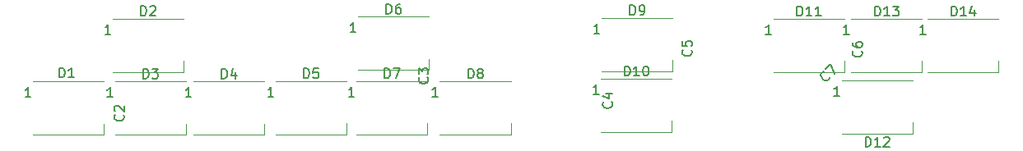
<source format=gbr>
%TF.GenerationSoftware,KiCad,Pcbnew,(5.1.6)-1*%
%TF.CreationDate,2020-11-25T18:04:35+11:00*%
%TF.ProjectId,Left Circuit Breaker PCB V1,4c656674-2043-4697-9263-756974204272,rev?*%
%TF.SameCoordinates,Original*%
%TF.FileFunction,Legend,Top*%
%TF.FilePolarity,Positive*%
%FSLAX46Y46*%
G04 Gerber Fmt 4.6, Leading zero omitted, Abs format (unit mm)*
G04 Created by KiCad (PCBNEW (5.1.6)-1) date 2020-11-25 18:04:35*
%MOMM*%
%LPD*%
G01*
G04 APERTURE LIST*
%ADD10C,0.120000*%
%ADD11C,0.150000*%
G04 APERTURE END LIST*
D10*
%TO.C,D14*%
X192299000Y-61054600D02*
X199599000Y-61054600D01*
X192299000Y-66554600D02*
X199599000Y-66554600D01*
X199599000Y-66554600D02*
X199599000Y-65404600D01*
%TO.C,D13*%
X184425000Y-61054600D02*
X191725000Y-61054600D01*
X184425000Y-66554600D02*
X191725000Y-66554600D01*
X191725000Y-66554600D02*
X191725000Y-65404600D01*
%TO.C,D12*%
X183460000Y-67404600D02*
X190760000Y-67404600D01*
X183460000Y-72904600D02*
X190760000Y-72904600D01*
X190760000Y-72904600D02*
X190760000Y-71754600D01*
%TO.C,D11*%
X176424000Y-61054600D02*
X183724000Y-61054600D01*
X176424000Y-66554600D02*
X183724000Y-66554600D01*
X183724000Y-66554600D02*
X183724000Y-65404600D01*
%TO.C,D10*%
X158681000Y-67227000D02*
X165981000Y-67227000D01*
X158681000Y-72727000D02*
X165981000Y-72727000D01*
X165981000Y-72727000D02*
X165981000Y-71577000D01*
%TO.C,D9*%
X158758000Y-60953200D02*
X166058000Y-60953200D01*
X158758000Y-66453200D02*
X166058000Y-66453200D01*
X166058000Y-66453200D02*
X166058000Y-65303200D01*
%TO.C,D8*%
X142121000Y-67481000D02*
X149421000Y-67481000D01*
X142121000Y-72981000D02*
X149421000Y-72981000D01*
X149421000Y-72981000D02*
X149421000Y-71831000D01*
%TO.C,D7*%
X133524000Y-67455400D02*
X140824000Y-67455400D01*
X133524000Y-72955400D02*
X140824000Y-72955400D01*
X140824000Y-72955400D02*
X140824000Y-71805400D01*
%TO.C,D6*%
X133699000Y-60826000D02*
X140999000Y-60826000D01*
X133699000Y-66326000D02*
X140999000Y-66326000D01*
X140999000Y-66326000D02*
X140999000Y-65176000D01*
%TO.C,D5*%
X125218000Y-67455400D02*
X132518000Y-67455400D01*
X125218000Y-72955400D02*
X132518000Y-72955400D01*
X132518000Y-72955400D02*
X132518000Y-71805400D01*
%TO.C,D4*%
X116758000Y-67506200D02*
X124058000Y-67506200D01*
X116758000Y-73006200D02*
X124058000Y-73006200D01*
X124058000Y-73006200D02*
X124058000Y-71856200D01*
%TO.C,D3*%
X108683000Y-67506200D02*
X115983000Y-67506200D01*
X108683000Y-73006200D02*
X115983000Y-73006200D01*
X115983000Y-73006200D02*
X115983000Y-71856200D01*
%TO.C,D2*%
X108454000Y-61029200D02*
X115754000Y-61029200D01*
X108454000Y-66529200D02*
X115754000Y-66529200D01*
X115754000Y-66529200D02*
X115754000Y-65379200D01*
%TO.C,D1*%
X100236000Y-67506400D02*
X107536000Y-67506400D01*
X100236000Y-73006400D02*
X107536000Y-73006400D01*
X107536000Y-73006400D02*
X107536000Y-71856400D01*
%TO.C,C7*%
D11*
X182223751Y-67088001D02*
X182223751Y-67155344D01*
X182156407Y-67290031D01*
X182089064Y-67357375D01*
X181954376Y-67424718D01*
X181819689Y-67424718D01*
X181718674Y-67391047D01*
X181550315Y-67290031D01*
X181449300Y-67189016D01*
X181348285Y-67020657D01*
X181314613Y-66919642D01*
X181314613Y-66784955D01*
X181381957Y-66650268D01*
X181449300Y-66582924D01*
X181583987Y-66515581D01*
X181651331Y-66515581D01*
X181819689Y-66212535D02*
X182291094Y-65741131D01*
X182695155Y-66751283D01*
%TO.C,C6*%
X185480942Y-64362666D02*
X185528561Y-64410285D01*
X185576180Y-64553142D01*
X185576180Y-64648380D01*
X185528561Y-64791238D01*
X185433323Y-64886476D01*
X185338085Y-64934095D01*
X185147609Y-64981714D01*
X185004752Y-64981714D01*
X184814276Y-64934095D01*
X184719038Y-64886476D01*
X184623800Y-64791238D01*
X184576180Y-64648380D01*
X184576180Y-64553142D01*
X184623800Y-64410285D01*
X184671419Y-64362666D01*
X184576180Y-63505523D02*
X184576180Y-63696000D01*
X184623800Y-63791238D01*
X184671419Y-63838857D01*
X184814276Y-63934095D01*
X185004752Y-63981714D01*
X185385704Y-63981714D01*
X185480942Y-63934095D01*
X185528561Y-63886476D01*
X185576180Y-63791238D01*
X185576180Y-63600761D01*
X185528561Y-63505523D01*
X185480942Y-63457904D01*
X185385704Y-63410285D01*
X185147609Y-63410285D01*
X185052371Y-63457904D01*
X185004752Y-63505523D01*
X184957133Y-63600761D01*
X184957133Y-63791238D01*
X185004752Y-63886476D01*
X185052371Y-63934095D01*
X185147609Y-63981714D01*
%TO.C,C5*%
X167954942Y-64261066D02*
X168002561Y-64308685D01*
X168050180Y-64451542D01*
X168050180Y-64546780D01*
X168002561Y-64689638D01*
X167907323Y-64784876D01*
X167812085Y-64832495D01*
X167621609Y-64880114D01*
X167478752Y-64880114D01*
X167288276Y-64832495D01*
X167193038Y-64784876D01*
X167097800Y-64689638D01*
X167050180Y-64546780D01*
X167050180Y-64451542D01*
X167097800Y-64308685D01*
X167145419Y-64261066D01*
X167050180Y-63356304D02*
X167050180Y-63832495D01*
X167526371Y-63880114D01*
X167478752Y-63832495D01*
X167431133Y-63737257D01*
X167431133Y-63499161D01*
X167478752Y-63403923D01*
X167526371Y-63356304D01*
X167621609Y-63308685D01*
X167859704Y-63308685D01*
X167954942Y-63356304D01*
X168002561Y-63403923D01*
X168050180Y-63499161D01*
X168050180Y-63737257D01*
X168002561Y-63832495D01*
X167954942Y-63880114D01*
%TO.C,C4*%
X159776142Y-69635666D02*
X159823761Y-69683285D01*
X159871380Y-69826142D01*
X159871380Y-69921380D01*
X159823761Y-70064238D01*
X159728523Y-70159476D01*
X159633285Y-70207095D01*
X159442809Y-70254714D01*
X159299952Y-70254714D01*
X159109476Y-70207095D01*
X159014238Y-70159476D01*
X158919000Y-70064238D01*
X158871380Y-69921380D01*
X158871380Y-69826142D01*
X158919000Y-69683285D01*
X158966619Y-69635666D01*
X159204714Y-68778523D02*
X159871380Y-68778523D01*
X158823761Y-69016619D02*
X159538047Y-69254714D01*
X159538047Y-68635666D01*
%TO.C,C3*%
X140835942Y-67095666D02*
X140883561Y-67143285D01*
X140931180Y-67286142D01*
X140931180Y-67381380D01*
X140883561Y-67524238D01*
X140788323Y-67619476D01*
X140693085Y-67667095D01*
X140502609Y-67714714D01*
X140359752Y-67714714D01*
X140169276Y-67667095D01*
X140074038Y-67619476D01*
X139978800Y-67524238D01*
X139931180Y-67381380D01*
X139931180Y-67286142D01*
X139978800Y-67143285D01*
X140026419Y-67095666D01*
X139931180Y-66762333D02*
X139931180Y-66143285D01*
X140312133Y-66476619D01*
X140312133Y-66333761D01*
X140359752Y-66238523D01*
X140407371Y-66190904D01*
X140502609Y-66143285D01*
X140740704Y-66143285D01*
X140835942Y-66190904D01*
X140883561Y-66238523D01*
X140931180Y-66333761D01*
X140931180Y-66619476D01*
X140883561Y-66714714D01*
X140835942Y-66762333D01*
%TO.C,C2*%
X109534942Y-70941266D02*
X109582561Y-70988885D01*
X109630180Y-71131742D01*
X109630180Y-71226980D01*
X109582561Y-71369838D01*
X109487323Y-71465076D01*
X109392085Y-71512695D01*
X109201609Y-71560314D01*
X109058752Y-71560314D01*
X108868276Y-71512695D01*
X108773038Y-71465076D01*
X108677800Y-71369838D01*
X108630180Y-71226980D01*
X108630180Y-71131742D01*
X108677800Y-70988885D01*
X108725419Y-70941266D01*
X108725419Y-70560314D02*
X108677800Y-70512695D01*
X108630180Y-70417457D01*
X108630180Y-70179361D01*
X108677800Y-70084123D01*
X108725419Y-70036504D01*
X108820657Y-69988885D01*
X108915895Y-69988885D01*
X109058752Y-70036504D01*
X109630180Y-70607933D01*
X109630180Y-69988885D01*
%TO.C,D14*%
X194734714Y-60756980D02*
X194734714Y-59756980D01*
X194972809Y-59756980D01*
X195115666Y-59804600D01*
X195210904Y-59899838D01*
X195258523Y-59995076D01*
X195306142Y-60185552D01*
X195306142Y-60328409D01*
X195258523Y-60518885D01*
X195210904Y-60614123D01*
X195115666Y-60709361D01*
X194972809Y-60756980D01*
X194734714Y-60756980D01*
X196258523Y-60756980D02*
X195687095Y-60756980D01*
X195972809Y-60756980D02*
X195972809Y-59756980D01*
X195877571Y-59899838D01*
X195782333Y-59995076D01*
X195687095Y-60042695D01*
X197115666Y-60090314D02*
X197115666Y-60756980D01*
X196877571Y-59709361D02*
X196639476Y-60423647D01*
X197258523Y-60423647D01*
X192084714Y-62656980D02*
X191513285Y-62656980D01*
X191799000Y-62656980D02*
X191799000Y-61656980D01*
X191703761Y-61799838D01*
X191608523Y-61895076D01*
X191513285Y-61942695D01*
%TO.C,D13*%
X186860714Y-60756980D02*
X186860714Y-59756980D01*
X187098809Y-59756980D01*
X187241666Y-59804600D01*
X187336904Y-59899838D01*
X187384523Y-59995076D01*
X187432142Y-60185552D01*
X187432142Y-60328409D01*
X187384523Y-60518885D01*
X187336904Y-60614123D01*
X187241666Y-60709361D01*
X187098809Y-60756980D01*
X186860714Y-60756980D01*
X188384523Y-60756980D02*
X187813095Y-60756980D01*
X188098809Y-60756980D02*
X188098809Y-59756980D01*
X188003571Y-59899838D01*
X187908333Y-59995076D01*
X187813095Y-60042695D01*
X188717857Y-59756980D02*
X189336904Y-59756980D01*
X189003571Y-60137933D01*
X189146428Y-60137933D01*
X189241666Y-60185552D01*
X189289285Y-60233171D01*
X189336904Y-60328409D01*
X189336904Y-60566504D01*
X189289285Y-60661742D01*
X189241666Y-60709361D01*
X189146428Y-60756980D01*
X188860714Y-60756980D01*
X188765476Y-60709361D01*
X188717857Y-60661742D01*
X184210714Y-62656980D02*
X183639285Y-62656980D01*
X183925000Y-62656980D02*
X183925000Y-61656980D01*
X183829761Y-61799838D01*
X183734523Y-61895076D01*
X183639285Y-61942695D01*
%TO.C,D12*%
X185895714Y-74239380D02*
X185895714Y-73239380D01*
X186133809Y-73239380D01*
X186276666Y-73287000D01*
X186371904Y-73382238D01*
X186419523Y-73477476D01*
X186467142Y-73667952D01*
X186467142Y-73810809D01*
X186419523Y-74001285D01*
X186371904Y-74096523D01*
X186276666Y-74191761D01*
X186133809Y-74239380D01*
X185895714Y-74239380D01*
X187419523Y-74239380D02*
X186848095Y-74239380D01*
X187133809Y-74239380D02*
X187133809Y-73239380D01*
X187038571Y-73382238D01*
X186943333Y-73477476D01*
X186848095Y-73525095D01*
X187800476Y-73334619D02*
X187848095Y-73287000D01*
X187943333Y-73239380D01*
X188181428Y-73239380D01*
X188276666Y-73287000D01*
X188324285Y-73334619D01*
X188371904Y-73429857D01*
X188371904Y-73525095D01*
X188324285Y-73667952D01*
X187752857Y-74239380D01*
X188371904Y-74239380D01*
X183245714Y-69006980D02*
X182674285Y-69006980D01*
X182960000Y-69006980D02*
X182960000Y-68006980D01*
X182864761Y-68149838D01*
X182769523Y-68245076D01*
X182674285Y-68292695D01*
%TO.C,D11*%
X178859714Y-60756980D02*
X178859714Y-59756980D01*
X179097809Y-59756980D01*
X179240666Y-59804600D01*
X179335904Y-59899838D01*
X179383523Y-59995076D01*
X179431142Y-60185552D01*
X179431142Y-60328409D01*
X179383523Y-60518885D01*
X179335904Y-60614123D01*
X179240666Y-60709361D01*
X179097809Y-60756980D01*
X178859714Y-60756980D01*
X180383523Y-60756980D02*
X179812095Y-60756980D01*
X180097809Y-60756980D02*
X180097809Y-59756980D01*
X180002571Y-59899838D01*
X179907333Y-59995076D01*
X179812095Y-60042695D01*
X181335904Y-60756980D02*
X180764476Y-60756980D01*
X181050190Y-60756980D02*
X181050190Y-59756980D01*
X180954952Y-59899838D01*
X180859714Y-59995076D01*
X180764476Y-60042695D01*
X176209714Y-62656980D02*
X175638285Y-62656980D01*
X175924000Y-62656980D02*
X175924000Y-61656980D01*
X175828761Y-61799838D01*
X175733523Y-61895076D01*
X175638285Y-61942695D01*
%TO.C,D10*%
X161116714Y-66929380D02*
X161116714Y-65929380D01*
X161354809Y-65929380D01*
X161497666Y-65977000D01*
X161592904Y-66072238D01*
X161640523Y-66167476D01*
X161688142Y-66357952D01*
X161688142Y-66500809D01*
X161640523Y-66691285D01*
X161592904Y-66786523D01*
X161497666Y-66881761D01*
X161354809Y-66929380D01*
X161116714Y-66929380D01*
X162640523Y-66929380D02*
X162069095Y-66929380D01*
X162354809Y-66929380D02*
X162354809Y-65929380D01*
X162259571Y-66072238D01*
X162164333Y-66167476D01*
X162069095Y-66215095D01*
X163259571Y-65929380D02*
X163354809Y-65929380D01*
X163450047Y-65977000D01*
X163497666Y-66024619D01*
X163545285Y-66119857D01*
X163592904Y-66310333D01*
X163592904Y-66548428D01*
X163545285Y-66738904D01*
X163497666Y-66834142D01*
X163450047Y-66881761D01*
X163354809Y-66929380D01*
X163259571Y-66929380D01*
X163164333Y-66881761D01*
X163116714Y-66834142D01*
X163069095Y-66738904D01*
X163021476Y-66548428D01*
X163021476Y-66310333D01*
X163069095Y-66119857D01*
X163116714Y-66024619D01*
X163164333Y-65977000D01*
X163259571Y-65929380D01*
X158466714Y-68829380D02*
X157895285Y-68829380D01*
X158181000Y-68829380D02*
X158181000Y-67829380D01*
X158085761Y-67972238D01*
X157990523Y-68067476D01*
X157895285Y-68115095D01*
%TO.C,D9*%
X161669904Y-60655580D02*
X161669904Y-59655580D01*
X161908000Y-59655580D01*
X162050857Y-59703200D01*
X162146095Y-59798438D01*
X162193714Y-59893676D01*
X162241333Y-60084152D01*
X162241333Y-60227009D01*
X162193714Y-60417485D01*
X162146095Y-60512723D01*
X162050857Y-60607961D01*
X161908000Y-60655580D01*
X161669904Y-60655580D01*
X162717523Y-60655580D02*
X162908000Y-60655580D01*
X163003238Y-60607961D01*
X163050857Y-60560342D01*
X163146095Y-60417485D01*
X163193714Y-60227009D01*
X163193714Y-59846057D01*
X163146095Y-59750819D01*
X163098476Y-59703200D01*
X163003238Y-59655580D01*
X162812761Y-59655580D01*
X162717523Y-59703200D01*
X162669904Y-59750819D01*
X162622285Y-59846057D01*
X162622285Y-60084152D01*
X162669904Y-60179390D01*
X162717523Y-60227009D01*
X162812761Y-60274628D01*
X163003238Y-60274628D01*
X163098476Y-60227009D01*
X163146095Y-60179390D01*
X163193714Y-60084152D01*
X158543714Y-62555580D02*
X157972285Y-62555580D01*
X158258000Y-62555580D02*
X158258000Y-61555580D01*
X158162761Y-61698438D01*
X158067523Y-61793676D01*
X157972285Y-61841295D01*
%TO.C,D8*%
X145032904Y-67183380D02*
X145032904Y-66183380D01*
X145271000Y-66183380D01*
X145413857Y-66231000D01*
X145509095Y-66326238D01*
X145556714Y-66421476D01*
X145604333Y-66611952D01*
X145604333Y-66754809D01*
X145556714Y-66945285D01*
X145509095Y-67040523D01*
X145413857Y-67135761D01*
X145271000Y-67183380D01*
X145032904Y-67183380D01*
X146175761Y-66611952D02*
X146080523Y-66564333D01*
X146032904Y-66516714D01*
X145985285Y-66421476D01*
X145985285Y-66373857D01*
X146032904Y-66278619D01*
X146080523Y-66231000D01*
X146175761Y-66183380D01*
X146366238Y-66183380D01*
X146461476Y-66231000D01*
X146509095Y-66278619D01*
X146556714Y-66373857D01*
X146556714Y-66421476D01*
X146509095Y-66516714D01*
X146461476Y-66564333D01*
X146366238Y-66611952D01*
X146175761Y-66611952D01*
X146080523Y-66659571D01*
X146032904Y-66707190D01*
X145985285Y-66802428D01*
X145985285Y-66992904D01*
X146032904Y-67088142D01*
X146080523Y-67135761D01*
X146175761Y-67183380D01*
X146366238Y-67183380D01*
X146461476Y-67135761D01*
X146509095Y-67088142D01*
X146556714Y-66992904D01*
X146556714Y-66802428D01*
X146509095Y-66707190D01*
X146461476Y-66659571D01*
X146366238Y-66611952D01*
X141906714Y-69083380D02*
X141335285Y-69083380D01*
X141621000Y-69083380D02*
X141621000Y-68083380D01*
X141525761Y-68226238D01*
X141430523Y-68321476D01*
X141335285Y-68369095D01*
%TO.C,D7*%
X136435904Y-67157780D02*
X136435904Y-66157780D01*
X136674000Y-66157780D01*
X136816857Y-66205400D01*
X136912095Y-66300638D01*
X136959714Y-66395876D01*
X137007333Y-66586352D01*
X137007333Y-66729209D01*
X136959714Y-66919685D01*
X136912095Y-67014923D01*
X136816857Y-67110161D01*
X136674000Y-67157780D01*
X136435904Y-67157780D01*
X137340666Y-66157780D02*
X138007333Y-66157780D01*
X137578761Y-67157780D01*
X133309714Y-69057780D02*
X132738285Y-69057780D01*
X133024000Y-69057780D02*
X133024000Y-68057780D01*
X132928761Y-68200638D01*
X132833523Y-68295876D01*
X132738285Y-68343495D01*
%TO.C,D6*%
X136610904Y-60528380D02*
X136610904Y-59528380D01*
X136849000Y-59528380D01*
X136991857Y-59576000D01*
X137087095Y-59671238D01*
X137134714Y-59766476D01*
X137182333Y-59956952D01*
X137182333Y-60099809D01*
X137134714Y-60290285D01*
X137087095Y-60385523D01*
X136991857Y-60480761D01*
X136849000Y-60528380D01*
X136610904Y-60528380D01*
X138039476Y-59528380D02*
X137849000Y-59528380D01*
X137753761Y-59576000D01*
X137706142Y-59623619D01*
X137610904Y-59766476D01*
X137563285Y-59956952D01*
X137563285Y-60337904D01*
X137610904Y-60433142D01*
X137658523Y-60480761D01*
X137753761Y-60528380D01*
X137944238Y-60528380D01*
X138039476Y-60480761D01*
X138087095Y-60433142D01*
X138134714Y-60337904D01*
X138134714Y-60099809D01*
X138087095Y-60004571D01*
X138039476Y-59956952D01*
X137944238Y-59909333D01*
X137753761Y-59909333D01*
X137658523Y-59956952D01*
X137610904Y-60004571D01*
X137563285Y-60099809D01*
X133484714Y-62428380D02*
X132913285Y-62428380D01*
X133199000Y-62428380D02*
X133199000Y-61428380D01*
X133103761Y-61571238D01*
X133008523Y-61666476D01*
X132913285Y-61714095D01*
%TO.C,D5*%
X128129904Y-67157780D02*
X128129904Y-66157780D01*
X128368000Y-66157780D01*
X128510857Y-66205400D01*
X128606095Y-66300638D01*
X128653714Y-66395876D01*
X128701333Y-66586352D01*
X128701333Y-66729209D01*
X128653714Y-66919685D01*
X128606095Y-67014923D01*
X128510857Y-67110161D01*
X128368000Y-67157780D01*
X128129904Y-67157780D01*
X129606095Y-66157780D02*
X129129904Y-66157780D01*
X129082285Y-66633971D01*
X129129904Y-66586352D01*
X129225142Y-66538733D01*
X129463238Y-66538733D01*
X129558476Y-66586352D01*
X129606095Y-66633971D01*
X129653714Y-66729209D01*
X129653714Y-66967304D01*
X129606095Y-67062542D01*
X129558476Y-67110161D01*
X129463238Y-67157780D01*
X129225142Y-67157780D01*
X129129904Y-67110161D01*
X129082285Y-67062542D01*
X125003714Y-69057780D02*
X124432285Y-69057780D01*
X124718000Y-69057780D02*
X124718000Y-68057780D01*
X124622761Y-68200638D01*
X124527523Y-68295876D01*
X124432285Y-68343495D01*
%TO.C,D4*%
X119669904Y-67208580D02*
X119669904Y-66208580D01*
X119908000Y-66208580D01*
X120050857Y-66256200D01*
X120146095Y-66351438D01*
X120193714Y-66446676D01*
X120241333Y-66637152D01*
X120241333Y-66780009D01*
X120193714Y-66970485D01*
X120146095Y-67065723D01*
X120050857Y-67160961D01*
X119908000Y-67208580D01*
X119669904Y-67208580D01*
X121098476Y-66541914D02*
X121098476Y-67208580D01*
X120860380Y-66160961D02*
X120622285Y-66875247D01*
X121241333Y-66875247D01*
X116543714Y-69108580D02*
X115972285Y-69108580D01*
X116258000Y-69108580D02*
X116258000Y-68108580D01*
X116162761Y-68251438D01*
X116067523Y-68346676D01*
X115972285Y-68394295D01*
%TO.C,D3*%
X111594904Y-67208580D02*
X111594904Y-66208580D01*
X111833000Y-66208580D01*
X111975857Y-66256200D01*
X112071095Y-66351438D01*
X112118714Y-66446676D01*
X112166333Y-66637152D01*
X112166333Y-66780009D01*
X112118714Y-66970485D01*
X112071095Y-67065723D01*
X111975857Y-67160961D01*
X111833000Y-67208580D01*
X111594904Y-67208580D01*
X112499666Y-66208580D02*
X113118714Y-66208580D01*
X112785380Y-66589533D01*
X112928238Y-66589533D01*
X113023476Y-66637152D01*
X113071095Y-66684771D01*
X113118714Y-66780009D01*
X113118714Y-67018104D01*
X113071095Y-67113342D01*
X113023476Y-67160961D01*
X112928238Y-67208580D01*
X112642523Y-67208580D01*
X112547285Y-67160961D01*
X112499666Y-67113342D01*
X108468714Y-69108580D02*
X107897285Y-69108580D01*
X108183000Y-69108580D02*
X108183000Y-68108580D01*
X108087761Y-68251438D01*
X107992523Y-68346676D01*
X107897285Y-68394295D01*
%TO.C,D2*%
X111365904Y-60731580D02*
X111365904Y-59731580D01*
X111604000Y-59731580D01*
X111746857Y-59779200D01*
X111842095Y-59874438D01*
X111889714Y-59969676D01*
X111937333Y-60160152D01*
X111937333Y-60303009D01*
X111889714Y-60493485D01*
X111842095Y-60588723D01*
X111746857Y-60683961D01*
X111604000Y-60731580D01*
X111365904Y-60731580D01*
X112318285Y-59826819D02*
X112365904Y-59779200D01*
X112461142Y-59731580D01*
X112699238Y-59731580D01*
X112794476Y-59779200D01*
X112842095Y-59826819D01*
X112889714Y-59922057D01*
X112889714Y-60017295D01*
X112842095Y-60160152D01*
X112270666Y-60731580D01*
X112889714Y-60731580D01*
X108239714Y-62631580D02*
X107668285Y-62631580D01*
X107954000Y-62631580D02*
X107954000Y-61631580D01*
X107858761Y-61774438D01*
X107763523Y-61869676D01*
X107668285Y-61917295D01*
%TO.C,D1*%
X102958504Y-67102180D02*
X102958504Y-66102180D01*
X103196600Y-66102180D01*
X103339457Y-66149800D01*
X103434695Y-66245038D01*
X103482314Y-66340276D01*
X103529933Y-66530752D01*
X103529933Y-66673609D01*
X103482314Y-66864085D01*
X103434695Y-66959323D01*
X103339457Y-67054561D01*
X103196600Y-67102180D01*
X102958504Y-67102180D01*
X104482314Y-67102180D02*
X103910885Y-67102180D01*
X104196600Y-67102180D02*
X104196600Y-66102180D01*
X104101361Y-66245038D01*
X104006123Y-66340276D01*
X103910885Y-66387895D01*
X100021714Y-69108780D02*
X99450285Y-69108780D01*
X99736000Y-69108780D02*
X99736000Y-68108780D01*
X99640761Y-68251638D01*
X99545523Y-68346876D01*
X99450285Y-68394495D01*
%TD*%
M02*

</source>
